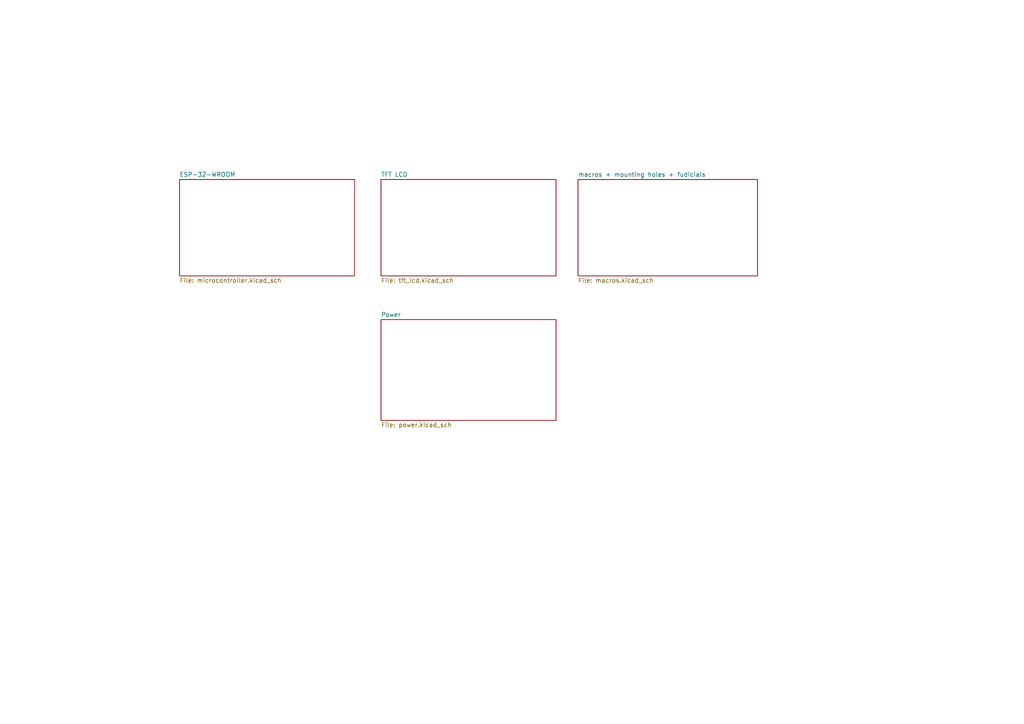
<source format=kicad_sch>
(kicad_sch
	(version 20250114)
	(generator "eeschema")
	(generator_version "9.0")
	(uuid "397abc7c-300b-4d6f-9337-33290484b5ae")
	(paper "A4")
	(lib_symbols)
	(sheet
		(at 167.64 52.07)
		(size 52.07 27.94)
		(exclude_from_sim no)
		(in_bom yes)
		(on_board yes)
		(dnp no)
		(fields_autoplaced yes)
		(stroke
			(width 0.1524)
			(type solid)
		)
		(fill
			(color 0 0 0 0.0000)
		)
		(uuid "59951854-b551-47f5-ac04-53031cec35b0")
		(property "Sheetname" "macros + mounting holes + fudicials"
			(at 167.64 51.3584 0)
			(effects
				(font
					(size 1.27 1.27)
				)
				(justify left bottom)
			)
		)
		(property "Sheetfile" "macros.kicad_sch"
			(at 167.64 80.5946 0)
			(effects
				(font
					(size 1.27 1.27)
				)
				(justify left top)
			)
		)
		(instances
			(project "ESP32Pet"
				(path "/397abc7c-300b-4d6f-9337-33290484b5ae"
					(page "4")
				)
			)
		)
	)
	(sheet
		(at 110.49 52.07)
		(size 50.8 27.94)
		(exclude_from_sim no)
		(in_bom yes)
		(on_board yes)
		(dnp no)
		(fields_autoplaced yes)
		(stroke
			(width 0.1524)
			(type solid)
		)
		(fill
			(color 0 0 0 0.0000)
		)
		(uuid "6de349e7-ced3-4959-8be3-0b8312a7c7a3")
		(property "Sheetname" "TFT LCD"
			(at 110.49 51.3584 0)
			(effects
				(font
					(size 1.27 1.27)
				)
				(justify left bottom)
			)
		)
		(property "Sheetfile" "tft_lcd.kicad_sch"
			(at 110.49 80.5946 0)
			(effects
				(font
					(size 1.27 1.27)
				)
				(justify left top)
			)
		)
		(instances
			(project "ESP32Pet"
				(path "/397abc7c-300b-4d6f-9337-33290484b5ae"
					(page "3")
				)
			)
		)
	)
	(sheet
		(at 110.49 92.71)
		(size 50.8 29.21)
		(exclude_from_sim no)
		(in_bom yes)
		(on_board yes)
		(dnp no)
		(fields_autoplaced yes)
		(stroke
			(width 0.1524)
			(type solid)
		)
		(fill
			(color 0 0 0 0.0000)
		)
		(uuid "96da55df-4a44-41f7-a6e8-307058d63992")
		(property "Sheetname" "Power"
			(at 110.49 91.9984 0)
			(effects
				(font
					(size 1.27 1.27)
				)
				(justify left bottom)
			)
		)
		(property "Sheetfile" "power.kicad_sch"
			(at 110.49 122.5046 0)
			(effects
				(font
					(size 1.27 1.27)
				)
				(justify left top)
			)
		)
		(instances
			(project "ESP32Pet"
				(path "/397abc7c-300b-4d6f-9337-33290484b5ae"
					(page "5")
				)
			)
		)
	)
	(sheet
		(at 52.07 52.07)
		(size 50.8 27.94)
		(exclude_from_sim no)
		(in_bom yes)
		(on_board yes)
		(dnp no)
		(fields_autoplaced yes)
		(stroke
			(width 0.1524)
			(type solid)
		)
		(fill
			(color 0 0 0 0.0000)
		)
		(uuid "f6f3f8e7-497e-4fdc-8903-b1149d2e59fb")
		(property "Sheetname" "ESP-32-WROOM"
			(at 52.07 51.3584 0)
			(effects
				(font
					(size 1.27 1.27)
				)
				(justify left bottom)
			)
		)
		(property "Sheetfile" "microcontroller.kicad_sch"
			(at 52.07 80.5946 0)
			(effects
				(font
					(size 1.27 1.27)
				)
				(justify left top)
			)
		)
		(instances
			(project "ESP32Pet"
				(path "/397abc7c-300b-4d6f-9337-33290484b5ae"
					(page "2")
				)
			)
		)
	)
	(sheet_instances
		(path "/"
			(page "1")
		)
	)
	(embedded_fonts no)
)

</source>
